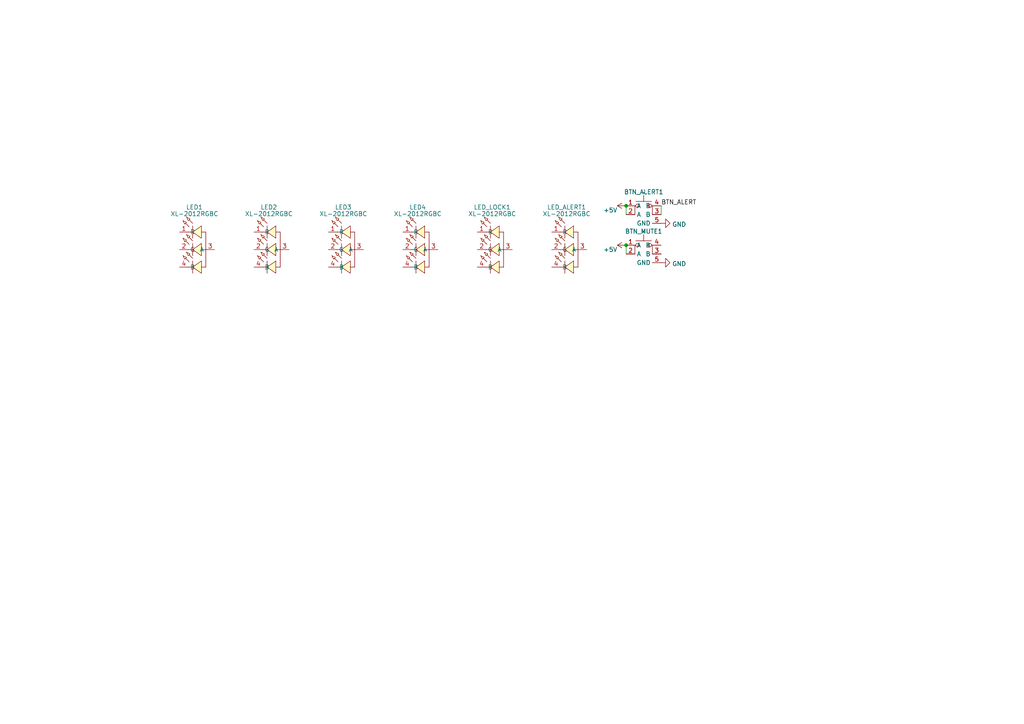
<source format=kicad_sch>
(kicad_sch (version 20230121) (generator eeschema)
  (paper "A4")
  (lib_symbols
    (symbol "C965848:XL-2012RGBC"
      (property "Reference" "LED" (at 0 10.16 0))
      (property "Value" "XL-2012RGBC" (at 0 -10.16 0))
      (symbol "XL-2012RGBC_0_1"
        (polyline (pts (xy -1.27 -5.08) (xy -2.54 -5.08)))
        (polyline (pts (xy -1.27 -3.3) (xy -1.27 -6.86)))
        (polyline (pts (xy -1.27 0) (xy -2.54 0)))
        (polyline (pts (xy -1.27 1.78) (xy -1.27 -1.78)))
        (polyline (pts (xy -1.27 5.08) (xy -2.54 5.08)))
        (polyline (pts (xy -1.27 6.86) (xy -1.27 3.3)))
        (polyline (pts (xy 2.54 -5.08) (xy 1.27 -5.08)))
        (polyline (pts (xy 2.54 0) (xy 1.27 0)))
        (polyline (pts (xy 2.54 5.08) (xy 1.27 5.08)))
        (polyline (pts (xy 2.54 5.08) (xy 2.54 -5.08)))
        (polyline (pts (xy -2.29 -3.56) (xy -3.3 -2.54) (xy -2.29 -3.56)) (fill (type background)))
        (polyline (pts (xy -2.29 1.52) (xy -3.3 2.54) (xy -2.29 1.52)) (fill (type background)))
        (polyline (pts (xy -2.29 6.6) (xy -3.3 7.62) (xy -2.29 6.6)) (fill (type background)))
        (polyline (pts (xy -1.27 -2.54) (xy -2.29 -1.52) (xy -1.27 -2.54)) (fill (type background)))
        (polyline (pts (xy -1.27 2.54) (xy -2.29 3.56) (xy -1.27 2.54)) (fill (type background)))
        (polyline (pts (xy -1.27 7.62) (xy -2.29 8.64) (xy -1.27 7.62)) (fill (type background)))
        (polyline (pts (xy -4.06 -1.78) (xy -3.05 -2.29) (xy -3.56 -2.79) (xy -4.06 -1.78)) (fill (type background)))
        (polyline (pts (xy -4.06 3.3) (xy -3.05 2.79) (xy -3.56 2.29) (xy -4.06 3.3)) (fill (type background)))
        (polyline (pts (xy -4.06 8.38) (xy -3.05 7.87) (xy -3.56 7.37) (xy -4.06 8.38)) (fill (type background)))
        (polyline (pts (xy -3.05 -0.76) (xy -2.03 -1.27) (xy -2.54 -1.78) (xy -3.05 -0.76)) (fill (type background)))
        (polyline (pts (xy -3.05 4.32) (xy -2.03 3.81) (xy -2.54 3.3) (xy -3.05 4.32)) (fill (type background)))
        (polyline (pts (xy -3.05 9.4) (xy -2.03 8.89) (xy -2.54 8.38) (xy -3.05 9.4)) (fill (type background)))
        (polyline (pts (xy 1.27 -3.3) (xy -1.27 -5.08) (xy 1.27 -6.86) (xy 1.27 -3.3)) (fill (type background)))
        (polyline (pts (xy 1.27 1.78) (xy -1.27 0) (xy 1.27 -1.78) (xy 1.27 1.78)) (fill (type background)))
        (polyline (pts (xy 1.27 6.86) (xy -1.27 5.08) (xy 1.27 3.3) (xy 1.27 6.86)) (fill (type background)))
      )
      (symbol "XL-2012RGBC_1_1"
        (pin power_out line (at -5.08 5.08 0) (length 2.54) (name "R") (number "1"))
        (pin power_out line (at -5.08 0 0) (length 2.54) (name "G") (number "2"))
        (pin power_in line (at 5.08 0 180) (length 2.54) (name "A") (number "3"))
        (pin power_out line (at -5.08 -5.08 0) (length 2.54) (name "B") (number "4"))
      )
    )
    (symbol "power:+5V" (power) (pin_names (offset 0))
      (property "Value" "+5V" (at 0 3.556 0))
      (symbol "+5V_0_1"
        (polyline (pts (xy -0.762 1.27) (xy 0 2.54)))
        (polyline (pts (xy 0 0) (xy 0 2.54)))
        (polyline (pts (xy 0 2.54) (xy 0.762 1.27)))
      )
      (symbol "+5V_1_1"
        (pin power_in line (at 0 0 90) (length 0) hide (name "+5V") (number "1"))
      )
    )
    (symbol "power:GND" (power) (pin_names (offset 0))
      (property "Value" "GND" (at 0 -3.81 0))
      (symbol "GND_0_1"
        (polyline (pts (xy 0 0) (xy 0 -1.27) (xy 1.27 -1.27) (xy 0 -2.54) (xy -1.27 -1.27) (xy 0 -1.27)))
      )
      (symbol "GND_1_1"
        (pin power_in line (at 0 0 270) (length 0) hide (name "GND") (number "1"))
      )
    )
    (symbol "push_button:push_button"
      (property "Reference" "SW" (at 0 5.08 0))
      (symbol "push_button_0_1"
        (circle (center -1.778 1.27) (radius 0.508))
        (polyline (pts (xy -2.286 2.54) (xy 2.286 2.54)))
        (polyline (pts (xy 0 2.54) (xy 0 4.318)))
        (polyline (pts (xy -2.54 -1.27) (xy -2.54 1.27) (xy -2.286 1.27)))
        (polyline (pts (xy 2.54 -1.27) (xy 2.54 1.27) (xy 2.286 1.27)))
        (circle (center 1.778 1.27) (radius 0.508))
      )
      (symbol "push_button_1_1"
        (pin passive line (at -5.08 1.27 0) (length 2.54) (name "A") (number "1"))
        (pin passive line (at -5.08 -1.27 0) (length 2.54) (name "A") (number "2"))
        (pin passive line (at 5.08 -1.27 180) (length 2.54) (name "B") (number "3"))
        (pin passive line (at 5.08 1.27 180) (length 2.54) (name "B") (number "4"))
        (pin passive line (at 5.08 -3.81 180) (length 2.54) (name "GND") (number "5"))
      )
    )
  )
  (junction (at 181.61 59.69))
  (junction (at 181.61 71.12))
  (wire (pts (xy 181.61 71.12) (xy 181.61 73.66)))
  (wire (pts (xy 181.61 59.69) (xy 181.61 62.23)))
  (wire (pts (xy 191.77 59.69) (xy 191.77 62.23)))
  (label "BTN_ALERT" (at 191.77 59.69 0))
  (symbol (lib_id "C965848:XL-2012RGBC") (at 143.51 72.39 0) (unit 1)
    (property "Reference" "LED_LOCK1" (at 142.75 60.1071 0))
    (property "Value" "XL-2012RGBC" (at 142.75 62.0281 0))
    (property "Footprint" "C965848:LED-SMD_4P-L2.0-W1.3-BR" (effects hide))
    (property "Manufacturer" "XINGLIGHT(成兴光)" (effects hide))
    (property "LCSC Part" "C965848" (effects hide))
    (property "JLC Part" "Extended Part" (effects hide))
  )
  (symbol (lib_id "C965848:XL-2012RGBC") (at 78.74 72.39 0) (unit 1)
    (property "Reference" "LED2" (at 77.98 60.1071 0))
    (property "Value" "XL-2012RGBC" (at 77.98 62.0281 0))
    (property "Footprint" "C965848:LED-SMD_4P-L2.0-W1.3-BR" (effects hide))
    (property "Manufacturer" "XINGLIGHT(成兴光)" (effects hide))
    (property "LCSC Part" "C965848" (effects hide))
    (property "JLC Part" "Extended Part" (effects hide))
  )
  (symbol (lib_id "push_button:push_button") (at 186.69 60.96 0) (unit 1)
    (property "Reference" "BTN_ALERT1" (at 186.69 55.6801 0))
    (property "Value" "~" (at 186.69 55.88 0))
    (property "Footprint" "footprints:push_button" (effects hide))
  )
  (symbol (lib_id "C965848:XL-2012RGBC") (at 57.15 72.39 0) (unit 1)
    (property "Reference" "LED1" (at 56.39 60.1071 0))
    (property "Value" "XL-2012RGBC" (at 56.39 62.0281 0))
    (property "Footprint" "C965848:LED-SMD_4P-L2.0-W1.3-BR" (effects hide))
    (property "Manufacturer" "XINGLIGHT(成兴光)" (effects hide))
    (property "LCSC Part" "C965848" (effects hide))
    (property "JLC Part" "Extended Part" (effects hide))
  )
  (symbol (lib_id "C965848:XL-2012RGBC") (at 121.92 72.39 0) (unit 1)
    (property "Reference" "LED4" (at 121.16 60.1071 0))
    (property "Value" "XL-2012RGBC" (at 121.16 62.0281 0))
    (property "Footprint" "C965848:LED-SMD_4P-L2.0-W1.3-BR" (effects hide))
    (property "Manufacturer" "XINGLIGHT(成兴光)" (effects hide))
    (property "LCSC Part" "C965848" (effects hide))
    (property "JLC Part" "Extended Part" (effects hide))
  )
  (symbol (lib_id "power:+5V") (at 181.61 71.12 90) (unit 1)
    (property "Reference" "#PWR02" (effects hide))
    (property "Value" "+5V" (at 179.07 72.39 90) (effects (justify left)))
  )
  (symbol (lib_id "push_button:push_button") (at 186.69 72.39 0) (unit 1)
    (property "Reference" "BTN_MUTE1" (at 186.69 67.1101 0))
    (property "Value" "~" (at 186.69 67.31 0))
    (property "Footprint" "footprints:push_button" (effects hide))
  )
  (symbol (lib_id "C965848:XL-2012RGBC") (at 165.1 72.39 0) (unit 1)
    (property "Reference" "LED_ALERT1" (at 164.34 60.1071 0))
    (property "Value" "XL-2012RGBC" (at 164.34 62.0281 0))
    (property "Footprint" "C965848:LED-SMD_4P-L2.0-W1.3-BR" (effects hide))
    (property "Manufacturer" "XINGLIGHT(成兴光)" (effects hide))
    (property "LCSC Part" "C965848" (effects hide))
    (property "JLC Part" "Extended Part" (effects hide))
  )
  (symbol (lib_id "power:GND") (at 191.77 64.77 90) (unit 1)
    (property "Reference" "#PWR03" (effects hide))
    (property "Value" "GND" (at 194.945 65.0868 90) (effects (justify right)))
  )
  (symbol (lib_id "power:+5V") (at 181.61 59.69 90) (unit 1)
    (property "Reference" "#PWR01" (effects hide))
    (property "Value" "+5V" (at 179.07 60.96 90) (effects (justify left)))
  )
  (symbol (lib_id "C965848:XL-2012RGBC") (at 100.33 72.39 0) (unit 1)
    (property "Reference" "LED3" (at 99.57 60.1071 0))
    (property "Value" "XL-2012RGBC" (at 99.57 62.0281 0))
    (property "Footprint" "C965848:LED-SMD_4P-L2.0-W1.3-BR" (effects hide))
    (property "Manufacturer" "XINGLIGHT(成兴光)" (effects hide))
    (property "LCSC Part" "C965848" (effects hide))
    (property "JLC Part" "Extended Part" (effects hide))
  )
  (symbol (lib_id "power:GND") (at 191.77 76.2 90) (unit 1)
    (property "Reference" "#PWR04" (effects hide))
    (property "Value" "GND" (at 194.945 76.5168 90) (effects (justify right)))
  )
)
</source>
